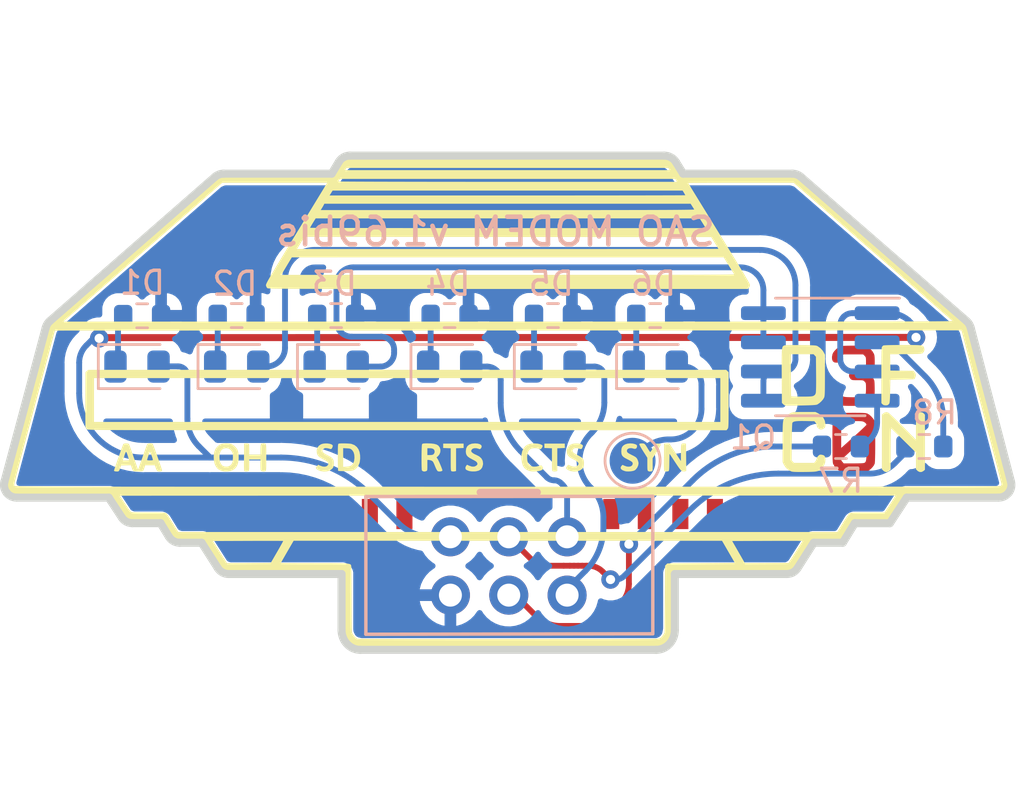
<source format=kicad_pcb>
(kicad_pcb (version 20211014) (generator pcbnew)
  (title_block (title "SAO Modem v1.69bis") (date "2022-08-09") (rev "1.0") (company "@hamster") (comment 1 "github.com/hamster/defcon30"))
  (layers (0 "F.Cu" signal) (31 "B.Cu" signal) (34 "B.Paste" user) (35 "F.Paste" user) (36 "B.SilkS" user "B.Silkscreen") (37 "F.SilkS" user "F.Silkscreen") (38 "B.Mask" user) (39 "F.Mask" user) (44 "Edge.Cuts" user))
  (net 0 "")
  (net 1 "GND")
  (net 2 "Net-(D2-Pad2)")
  (net 3 "+3V3")
  (net 4 "GPIO2")
  (net 5 "Net-(D6-Pad2)")
  (net 6 "Net-(Q1-Pad2)")
  (net 7 "SCL")
  (net 8 "SDA")
  (net 9 "GPIO1")
  (net 10 "Net-(D2-Pad1)")
  (net 11 "Net-(D6-Pad1)")
  (net 12 "Net-(D1-Pad1)")
  (net 13 "Net-(D4-Pad1)")
  (net 14 "Net-(D5-Pad1)")
  (net 15 "Net-(D3-Pad2)")
  (net 16 "Net-(D3-Pad1)")
  (net 17 "Net-(Q1-Pad4)")
  (footprint "lib_fp:Badgelife-Shitty-v1.69bis" (layer "F.Cu") (at 151.85 67.12)
    (fp_text reference "X1" hide)
    (fp_text value "Badgelife_sao_connector_v169bis" hide)
    (pad "1" thru_hole oval (at -2.54 -1.27) (size 1.7 1.7) (drill 1) (layers *.Cu *.Mask) (net 3 "+3V3"))
    (pad "2" thru_hole oval (at -2.54 1.27) (size 1.7 1.7) (drill 1) (layers *.Cu *.Mask) (net 1 "GND"))
    (pad "3" thru_hole circle (at 0 -1.27) (size 1.7 1.7) (drill 1) (layers *.Cu *.Mask) (net 8 "SDA"))
    (pad "4" thru_hole oval (at 0 1.27) (size 1.7 1.7) (drill 1) (layers *.Cu *.Mask) (net 7 "SCL"))
    (pad "5" thru_hole circle (at 2.54 -1.27) (size 1.7 1.7) (drill 1) (layers *.Cu *.Mask) (net 9 "GPIO1"))
    (pad "6" thru_hole oval (at 2.54 1.27) (size 1.7 1.7) (drill 1) (layers *.Cu *.Mask) (net 4 "GPIO2"))
  )
  (footprint "lib_fp:copper" (layer "F.Cu") (at 151.81 58.63)
    (fp_text reference "G***" hide)
    (fp_text value "LOGO" hide)
    (fp_poly (pts (xy 6.355296 6.884904) (xy 5.656213 6.884904) (xy 5.656213 5.571476) (xy 6.355296 5.571476)) (layer "F.Cu") (width 0) (fill solid))
    (fp_poly (pts (xy 15.210455 -1.101116) (xy 15.330936 -1.100128) (xy 15.421673 -1.097884) (xy 15.488978 -1.093855) (xy 15.539162 -1.087509) (xy 15.578538 -1.078319) (xy 15.613417 -1.065752) (xy 15.644775 -1.051774) (xy 15.763069 -0.975309) (xy 15.864521 -0.86799) (xy 15.93293 -0.753428) (xy 15.949429 -0.709413) (xy 15.960739 -0.65701) (xy 15.967747 -0.58763) (xy 15.971339 -0.492681) (xy 15.972394 -0.370725) (xy 15.970937 -0.222992) (xy 15.965233 -0.109689) (xy 15.953874 -0.022975) (xy 15.935449 0.044994) (xy 15.908549 0.102058) (xy 15.87958 0.145672) (xy 15.828101 0.215448) (xy 15.895243 0.310649) (xy 15.921239 0.34858) (xy 15.939638 0.381996) (xy 15.951959 0.419218) (xy 15.959719 0.468566) (xy 15.964435 0.538358) (xy 15.967625 0.636916) (xy 15.969546 0.718048) (xy 15.970734 0.848988) (xy 15.968313 0.964595) (xy 15.962635 1.055999) (xy 15.954055 1.11433) (xy 15.953664 1.115822) (xy 15.905208 1.226111) (xy 15.824988 1.331753) (xy 15.722969 1.420786) (xy 15.673839 1.451565) (xy 15.559883 1.514679) (xy 15.072644 1.519208) (xy 14.899864 1.520121) (xy 14.764032 1.519113) (xy 14.659757 1.515945) (xy 14.581652 1.510381) (xy 14.524329 1.50218) (xy 14.489426 1.493441) (xy 14.367561 1.434446) (xy 14.26196 1.344049) (xy 14.179236 1.231121) (xy 14.126002 1.104533) (xy 14.108757 0.982795) (xy 14.111997 0.913165) (xy 14.12628 0.868338) (xy 14.15845 0.830955) (xy 14.173936 0.81748) (xy 14.252703 0.774057) (xy 14.33218 0.768491) (xy 14.403296 0.797529) (xy 14.45698 0.857921) (xy 14.481484 0.927732) (xy 14.496281 0.99523) (xy 14.516775 1.04707) (xy 14.548262 1.0853) (xy 14.59604 1.111966) (xy 14.665407 1.129116) (xy 14.761658 1.138798) (xy 14.890091 1.14306) (xy 15.040867 1.143953) (xy 15.207631 1.142959) (xy 15.336824 1.137687) (xy 15.433238 1.124707) (xy 15.501663 1.100587) (xy 15.54689 1.061896) (xy 15.573708 1.005203) (xy 15.586908 0.927076) (xy 15.59128 0.824083) (xy 15.59166 0.749417) (xy 15.591176 0.649519) (xy 15.588317 0.582274) (xy 15.580974 0.53797) (xy 15.567034 0.506894) (xy 15.544388 0.47933) (xy 15.529736 0.464426) (xy 15.501909 0.437995) (xy 15.475345 0.420413) (xy 15.441051 0.409876) (xy 15.390034 0.404581) (xy 15.313301 0.402724) (xy 15.220934 0.402502) (xy 15.115208 0.402152) (xy 15.042858 0.399899) (xy 14.99489 0.39394) (xy 14.962311 0.382472) (xy 14.936128 0.363691) (xy 14.912132 0.340579) (xy 14.861745 0.265611) (xy 14.849039 0.185079) (xy 14.874357 0.1082) (xy 14.902206 0.073182) (xy 14.927623 0.050415) (xy 14.95547 0.035477) (xy 14.994829 0.026731) (xy 15.054782 0.022535) (xy 15.144412 0.02125) (xy 15.190222 0.021184) (xy 15.330126 0.018004) (xy 15.433384 0.004875) (xy 15.50547 -0.023582) (xy 15.55186 -0.072751) (xy 15.57803 -0.148011) (xy 15.589453 -0.254743) (xy 15.59166 -0.373352) (xy 15.591176 -0.47325) (xy 15.588317 -0.540495) (xy 15.580974 -0.584798) (xy 15.567034 -0.615875) (xy 15.544388 -0.643439) (xy 15.529736 -0.658343) (xy 15.467813 -0.720267) (xy 14.613922 -0.720267) (xy 14.551998 -0.658343) (xy 14.512435 -0.608319) (xy 14.491216 -0.561113) (xy 14.490075 -0.55137) (xy 14.478181 -0.491651) (xy 14.448855 -0.430121) (xy 14.411634 -0.384417) (xy 14.393796 -0.373293) (xy 14.35052 -0.364576) (xy 14.288692 -0.36024) (xy 14.278037 -0.360133) (xy 14.199404 -0.37764) (xy 14.14416 -0.427646) (xy 14.113798 -0.506381) (xy 14.109806 -0.610073) (xy 14.132082 -0.72928) (xy 14.167281 -0.802358) (xy 14.229395 -0.883873) (xy 14.307567 -0.963068) (xy 14.390939 -1.029184) (xy 14.468656 -1.071466) (xy 14.481941 -1.075932) (xy 14.541423 -1.086041) (xy 14.641939 -1.09365) (xy 14.782225 -1.098704) (xy 14.961017 -1.101146) (xy 15.053917 -1.101378)) (layer "F.Cu") (width 0) (fill solid))
    (fp_poly (pts (xy -7.1603 6.884904) (xy -7.859383 6.884904) (xy -7.859383 5.571476) (xy -7.1603 5.571476)) (layer "F.Cu") (width 0) (fill solid))
    (fp_poly (pts (xy 4.851209 6.884904) (xy 4.152127 6.884904) (xy 4.152127 5.571476) (xy 4.851209 5.571476)) (layer "F.Cu") (width 0) (fill solid))
    (fp_poly (pts (xy -5.656214 6.884904) (xy -6.355296 6.884904) (xy -6.355296 5.571476) (xy -5.656214 5.571476)) (layer "F.Cu") (width 0) (fill solid))
    (fp_poly (pts (xy -4.152127 6.884904) (xy -4.851209 6.884904) (xy -4.851209 5.571476) (xy -4.152127 5.571476)) (layer "F.Cu") (width 0) (fill solid))
    (fp_poly (pts (xy 9.36347 6.884904) (xy 8.664387 6.884904) (xy 8.664387 5.571476) (xy 9.36347 5.571476)) (layer "F.Cu") (width 0) (fill solid))
    (fp_poly (pts (xy 7.859383 6.884904) (xy 7.1603 6.884904) (xy 7.1603 5.571476) (xy 7.859383 5.571476)) (layer "F.Cu") (width 0) (fill solid))
    (fp_poly (pts (xy 15.066667 1.822317) (xy 15.231439 1.822788) (xy 15.35966 1.824121) (xy 15.457142 1.826695) (xy 15.5297 1.830891) (xy 15.583149 1.837086) (xy 15.623301 1.845663) (xy 15.655972 1.856999) (xy 15.666256 1.861481) (xy 15.739305 1.907616) (xy 15.817391 1.977292) (xy 15.889787 2.058659) (xy 15.945766 2.139869) (xy 15.972335 2.199582) (xy 15.978043 2.24191) (xy 15.982883 2.320806) (xy 15.986861 2.430476) (xy 15.989979 2.565128) (xy 15.992242 2.71897) (xy 15.993654 2.886208) (xy 15.994219 3.061051) (xy 15.99394 3.237705) (xy 15.992822 3.410379) (xy 15.990868 3.573279) (xy 15.988083 3.720613) (xy 15.98447 3.846588) (xy 15.980033 3.945412) (xy 15.974777 4.011292) (xy 15.971091 4.033115) (xy 15.935207 4.109181) (xy 15.872551 4.193306) (xy 15.793848 4.273826) (xy 15.709824 4.33908) (xy 15.667641 4.363081) (xy 15.636758 4.376683) (xy 15.60353 4.387105) (xy 15.562085 4.394768) (xy 15.50655 4.400088) (xy 15.431052 4.403485) (xy 15.329721 4.405376) (xy 15.196683 4.40618) (xy 15.060659 4.406322) (xy 14.897828 4.406105) (xy 14.771486 4.405177) (xy 14.675757 4.403107) (xy 14.604762 4.399464) (xy 14.552623 4.393816) (xy 14.513463 4.385732) (xy 14.481403 4.37478) (xy 14.452953 4.361715) (xy 14.368809 4.306305) (xy 14.285072 4.228238) (xy 14.213037 4.140093) (xy 14.163999 4.054449) (xy 14.155125 4.030017) (xy 14.147865 3.988421) (xy 14.141925 3.915343) (xy 14.140271 3.87763) (xy 14.511259 3.87763) (xy 14.523775 3.903305) (xy 14.554932 3.946209) (xy 14.566103 3.959843) (xy 14.620947 4.025021) (xy 15.058639 4.024347) (xy 15.225725 4.023152) (xy 15.353465 4.020034) (xy 15.444842 4.014824) (xy 15.502844 4.007354) (xy 15.529942 3.997867) (xy 15.555421 3.975201) (xy 15.57511 3.947548) (xy 15.589745 3.90951) (xy 15.600062 3.855689) (xy 15.606794 3.780686) (xy 15.610679 3.679102) (xy 15.612449 3.545539) (xy 15.612844 3.389119) (xy 15.611932 3.211707) (xy 15.609217 3.074065) (xy 15.604728 2.976851) (xy 15.598494 2.920718) (xy 15.591328 2.905893) (xy 15.569494 2.921752) (xy 15.521349 2.961862) (xy 15.451346 3.022218) (xy 15.363932 3.098818) (xy 15.26356 3.187657) (xy 15.154678 3.284732) (xy 15.041737 3.386039) (xy 14.929188 3.487574) (xy 14.821479 3.585334) (xy 14.723062 3.675314) (xy 14.638385 3.753511) (xy 14.571901 3.815921) (xy 14.528058 3.858541) (xy 14.511306 3.877367) (xy 14.511259 3.87763) (xy 14.140271 3.87763) (xy 14.137254 3.808864) (xy 14.1338 3.667068) (xy 14.131512 3.488035) (xy 14.130777 3.351512) (xy 14.511259 3.351512) (xy 14.590701 3.281857) (xy 14.626702 3.24998) (xy 14.689461 3.194076) (xy 14.7742 3.118416) (xy 14.876141 3.027268) (xy 14.990507 2.924902) (xy 15.112521 2.815587) (xy 15.141493 2.789615) (xy 15.260136 2.682412) (xy 15.367827 2.583498) (xy 15.46067 2.496583) (xy 15.534764 2.425376) (xy 15.586212 2.373586) (xy 15.611115 2.344921) (xy 15.612844 2.341154) (xy 15.594002 2.293607) (xy 15.545259 2.246781) (xy 15.478289 2.209557) (xy 15.417149 2.192303) (xy 15.346753 2.185917) (xy 15.250525 2.182873) (xy 15.137455 2.182837) (xy 15.016534 2.185472) (xy 14.89675 2.190442) (xy 14.787095 2.197411) (xy 14.696558 2.206044) (xy 14.634129 2.216003) (xy 14.614221 2.222315) (xy 14.583502 2.240391) (xy 14.559549 2.263715) (xy 14.54153 2.297384) (xy 14.52861 2.346493) (xy 14.519959 2.416135) (xy 14.514744 2.511406) (xy 14.512132 2.637402) (xy 14.511291 2.799216) (xy 14.511259 2.852483) (xy 14.511259 3.351512) (xy 14.130777 3.351512) (xy 14.130338 3.269847) (xy 14.130149 3.101045) (xy 14.130245 2.889698) (xy 14.130571 2.716356) (xy 14.131355 2.576656) (xy 14.132826 2.466237) (xy 14.135209 2.380733) (xy 14.138735 2.315784) (xy 14.143629 2.267025) (xy 14.15012 2.230093) (xy 14.158436 2.200627) (xy 14.168805 2.174261) (xy 14.179785 2.150209) (xy 14.241046 2.051931) (xy 14.325911 1.958656) (xy 14.420823 1.88382) (xy 14.481142 1.85157) (xy 14.515761 1.841529) (xy 14.568657 1.833872) (xy 14.644604 1.828361) (xy 14.748377 1.824755) (xy 14.884752 1.822818) (xy 15.058504 1.822311)) (layer "F.Cu") (width 0) (fill solid))
    (fp_poly (pts (xy -8.643203 6.884904) (xy -9.342285 6.884904) (xy -9.342285 5.571476) (xy -8.643203 5.571476)) (layer "F.Cu") (width 0) (fill solid))
  )
  (footprint "lib_fp:silkscreen" (layer "F.Cu") (at 151.801998 58.623554)
    (fp_text reference "G***" hide)
    (fp_text value "LOGO" hide)
  )
  (footprint "kikit:Tab" (layer "F.Cu") (at 151.81 48.83 -90)
    (fp_text reference "tab" hide)
    (fp_text value "Tab")
  )
  (footprint "kikit:Tab" (layer "F.Cu") (at 151.81 71.22 90)
    (fp_text reference "tab" hide)
    (fp_text value "Tab")
  )
  (footprint "lib_fp:mask" (layer "F.Cu") (at 151.81 58.62)
    (fp_text reference "G***" hide)
    (fp_text value "LOGO" hide)
  )
  (footprint "LED_SMD:LED_0805_2012Metric" (layer "B.Cu") (at 135.6675 58.44)
    (fp_text reference "D1" (at 0.2325 -3.65) (layer "B.SilkS") (effects (justify mirror)))
    (fp_text value "AA" hide)
    (pad "1" smd roundrect (at -0.9375 0) (size 0.975 1.4) (layers "B.Cu" "B.Paste" "B.Mask") (net 12 "Net-(D1-Pad1)"))
    (pad "2" smd roundrect (at 0.9375 0) (size 0.975 1.4) (layers "B.Cu" "B.Paste" "B.Mask") (net 3 "+3V3"))
  )
  (footprint "LED_SMD:LED_0805_2012Metric" (layer "B.Cu") (at 158.2275 58.44)
    (fp_text reference "D6" (at -0.0775 -3.61) (layer "B.SilkS") (effects (justify mirror)))
    (fp_text value "SYN" hide)
    (pad "1" smd roundrect (at -0.9375 0) (size 0.975 1.4) (layers "B.Cu" "B.Paste" "B.Mask") (net 11 "Net-(D6-Pad1)"))
    (pad "2" smd roundrect (at 0.9375 0) (size 0.975 1.4) (layers "B.Cu" "B.Paste" "B.Mask") (net 5 "Net-(D6-Pad2)"))
  )
  (footprint "LED_SMD:LED_0805_2012Metric" (layer "B.Cu") (at 153.7775 58.44)
    (fp_text reference "D5" (at -0.0775 -3.61) (layer "B.SilkS") (effects (justify mirror)))
    (fp_text value "CTS" hide)
    (pad "1" smd roundrect (at -0.9375 0) (size 0.975 1.4) (layers "B.Cu" "B.Paste" "B.Mask") (net 14 "Net-(D5-Pad1)"))
    (pad "2" smd roundrect (at 0.9375 0) (size 0.975 1.4) (layers "B.Cu" "B.Paste" "B.Mask") (net 4 "GPIO2"))
  )
  (footprint "Resistor_SMD:R_0603_1608Metric" (layer "B.Cu") (at 140.005 56.22)
    (fp_text reference "R2" hide)
    (fp_text value "47R")
    (pad "1" smd roundrect (at -0.825 0) (size 0.8 0.95) (layers "B.Cu" "B.Paste" "B.Mask") (net 10 "Net-(D2-Pad1)"))
    (pad "2" smd roundrect (at 0.825 0) (size 0.8 0.95) (layers "B.Cu" "B.Paste" "B.Mask") (net 1 "GND"))
  )
  (footprint "TestPoint:TestPoint_Pad_D2.0mm" (layer "B.Cu") (at 157.24 62.54 180)
    (fp_text reference "TP1" hide)
    (fp_text value "TestPoint" hide)
    (pad "1" smd circle (at 0 0 180) (size 2 2) (layers "B.Cu" "B.Mask") (net 5 "Net-(D6-Pad2)"))
  )
  (footprint "Resistor_SMD:R_0603_1608Metric" (layer "B.Cu") (at 149.275 56.22)
    (fp_text reference "R4" hide)
    (fp_text value "47R")
    (pad "1" smd roundrect (at -0.825 0) (size 0.8 0.95) (layers "B.Cu" "B.Paste" "B.Mask") (net 13 "Net-(D4-Pad1)"))
    (pad "2" smd roundrect (at 0.825 0) (size 0.8 0.95) (layers "B.Cu" "B.Paste" "B.Mask") (net 1 "GND"))
  )
  (footprint "Resistor_SMD:R_0603_1608Metric" (layer "B.Cu") (at 166.31 61.92)
    (fp_text reference "R7" (at -0.01 1.49) (layer "B.SilkS") (effects (justify mirror)))
    (fp_text value "4.7k")
    (pad "1" smd roundrect (at -0.825 0) (size 0.8 0.95) (layers "B.Cu" "B.Paste" "B.Mask") (net 7 "SCL"))
    (pad "2" smd roundrect (at 0.825 0) (size 0.8 0.95) (layers "B.Cu" "B.Paste" "B.Mask") (net 17 "Net-(Q1-Pad4)"))
  )
  (footprint "Resistor_SMD:R_0603_1608Metric" (layer "B.Cu") (at 144.335 56.22)
    (fp_text reference "R3" hide)
    (fp_text value "47R")
    (pad "1" smd roundrect (at -0.825 0) (size 0.8 0.95) (layers "B.Cu" "B.Paste" "B.Mask") (net 16 "Net-(D3-Pad1)"))
    (pad "2" smd roundrect (at 0.825 0) (size 0.8 0.95) (layers "B.Cu" "B.Paste" "B.Mask") (net 1 "GND"))
  )
  (footprint "LED_SMD:LED_0805_2012Metric" (layer "B.Cu") (at 144.3375 58.44)
    (fp_text reference "D3" (at -0.0775 -3.61) (layer "B.SilkS") (effects (justify mirror)))
    (fp_text value "SD" hide)
    (pad "1" smd roundrect (at -0.9375 0) (size 0.975 1.4) (layers "B.Cu" "B.Paste" "B.Mask") (net 16 "Net-(D3-Pad1)"))
    (pad "2" smd roundrect (at 0.9375 0) (size 0.975 1.4) (layers "B.Cu" "B.Paste" "B.Mask") (net 15 "Net-(D3-Pad2)"))
  )
  (footprint "Package_SO:SOIC-8_3.9x4.9mm_P1.27mm" (layer "B.Cu") (at 165.41 58.02 180)
    (fp_text reference "Q1" (at 2.92 -3.51) (layer "B.SilkS") (effects (justify mirror)))
    (fp_text value "Q_Dual_PMOS_S1G1D2S2G2D1" hide)
    (pad "1" smd roundrect (at -2.475 1.905 180) (size 1.95 0.6) (layers "B.Cu" "B.Paste" "B.Mask") (net 3 "+3V3"))
    (pad "2" smd roundrect (at -2.475 0.635 180) (size 1.95 0.6) (layers "B.Cu" "B.Paste" "B.Mask") (net 6 "Net-(Q1-Pad2)"))
    (pad "3" smd roundrect (at -2.475 -0.635 180) (size 1.95 0.6) (layers "B.Cu" "B.Paste" "B.Mask") (net 3 "+3V3"))
    (pad "4" smd roundrect (at -2.475 -1.905 180) (size 1.95 0.6) (layers "B.Cu" "B.Paste" "B.Mask") (net 17 "Net-(Q1-Pad4)"))
    (pad "5" smd roundrect (at 2.475 -1.905 180) (size 1.95 0.6) (layers "B.Cu" "B.Paste" "B.Mask") (net 2 "Net-(D2-Pad2)"))
    (pad "6" smd roundrect (at 2.475 -0.635 180) (size 1.95 0.6) (layers "B.Cu" "B.Paste" "B.Mask") (net 2 "Net-(D2-Pad2)"))
    (pad "7" smd roundrect (at 2.475 0.635 180) (size 1.95 0.6) (layers "B.Cu" "B.Paste" "B.Mask") (net 15 "Net-(D3-Pad2)"))
    (pad "8" smd roundrect (at 2.475 1.905 180) (size 1.95 0.6) (layers "B.Cu" "B.Paste" "B.Mask") (net 15 "Net-(D3-Pad2)"))
  )
  (footprint "Resistor_SMD:R_0603_1608Metric" (layer "B.Cu") (at 153.775 56.22)
    (fp_text reference "R5" hide)
    (fp_text value "47R")
    (pad "1" smd roundrect (at -0.825 0) (size 0.8 0.95) (layers "B.Cu" "B.Paste" "B.Mask") (net 14 "Net-(D5-Pad1)"))
    (pad "2" smd roundrect (at 0.825 0) (size 0.8 0.95) (layers "B.Cu" "B.Paste" "B.Mask") (net 1 "GND"))
  )
  (footprint "LED_SMD:LED_0805_2012Metric" (layer "B.Cu") (at 140.0075 58.44)
    (fp_text reference "D2" (at -0.0775 -3.61) (layer "B.SilkS") (effects (justify mirror)))
    (fp_text value "OH" hide)
    (pad "1" smd roundrect (at -0.9375 0) (size 0.975 1.4) (layers "B.Cu" "B.Paste" "B.Mask") (net 10 "Net-(D2-Pad1)"))
    (pad "2" smd roundrect (at 0.9375 0) (size 0.975 1.4) (layers "B.Cu" "B.Paste" "B.Mask") (net 2 "Net-(D2-Pad2)"))
  )
  (footprint "Resistor_SMD:R_0603_1608Metric" (layer "B.Cu") (at 169.94 61.92)
    (fp_text reference "R8" (at 0.45 -1.48) (layer "B.SilkS") (effects (justify mirror)))
    (fp_text value "10k")
    (pad "1" smd roundrect (at -0.825 0) (size 0.8 0.95) (layers "B.Cu" "B.Paste" "B.Mask") (net 8 "SDA"))
    (pad "2" smd roundrect (at 0.825 0) (size 0.8 0.95) (layers "B.Cu" "B.Paste" "B.Mask") (net 6 "Net-(Q1-Pad2)"))
  )
  (footprint "Resistor_SMD:R_0603_1608Metric" (layer "B.Cu") (at 135.89 56.23)
    (fp_text reference "R1" hide)
    (fp_text value "47R")
    (pad "1" smd roundrect (at -0.825 0) (size 0.8 0.95) (layers "B.Cu" "B.Paste" "B.Mask") (net 12 "Net-(D1-Pad1)"))
    (pad "2" smd roundrect (at 0.825 0) (size 0.8 0.95) (layers "B.Cu" "B.Paste" "B.Mask") (net 1 "GND"))
  )
  (footprint "LED_SMD:LED_0805_2012Metric" (layer "B.Cu") (at 149.2775 58.44)
    (fp_text reference "D4" (at -0.0775 -3.61) (layer "B.SilkS") (effects (justify mirror)))
    (fp_text value "RTS" hide)
    (pad "1" smd roundrect (at -0.9375 0) (size 0.975 1.4) (layers "B.Cu" "B.Paste" "B.Mask") (net 13 "Net-(D4-Pad1)"))
    (pad "2" smd roundrect (at 0.9375 0) (size 0.975 1.4) (layers "B.Cu" "B.Paste" "B.Mask") (net 9 "GPIO1"))
  )
  (footprint "Resistor_SMD:R_0603_1608Metric" (layer "B.Cu") (at 158.225 56.22)
    (fp_text reference "R6" hide)
    (fp_text value "47R")
    (pad "1" smd roundrect (at -0.825 0) (size 0.8 0.95) (layers "B.Cu" "B.Paste" "B.Mask") (net 11 "Net-(D6-Pad1)"))
    (pad "2" smd roundrect (at 0.825 0) (size 0.8 0.95) (layers "B.Cu" "B.Paste" "B.Mask") (net 1 "GND"))
  )
  (gr_line (start 158.12 70.0725) (end 145.63 70.0925) (layer "B.SilkS") (width 0.15))
  (gr_line (start 145.63 64.0975) (end 158.12 64.0875) (layer "B.SilkS") (width 0.15))
  (gr_line (start 158.12 64.0875) (end 158.12 70.0725) (layer "B.SilkS") (width 0.15))
  (gr_line (start 145.63 70.0925) (end 145.63 64.0975) (layer "B.SilkS") (width 0.15))
  (gr_curve (pts (xy 158.269025 70.770057) (xy 158.269025 70.770057) (xy 145.38299 70.770057) (xy 145.38299 70.770057)) (layer "Edge.Cuts") (width 0.35))
  (gr_curve (pts (xy 159.12961 49.541034) (xy 159.12961 49.541034) (xy 159.438807 50.041951) (xy 159.438807 50.041951)) (layer "Edge.Cuts") (width 0.35))
  (gr_curve (pts (xy 139.437099 50.041951) (xy 139.437099 50.041951) (xy 144.142583 50.041951) (xy 144.142583 50.041951)) (layer "Edge.Cuts") (width 0.35))
  (gr_curve (pts (xy 168.440841 65.258249) (xy 168.440841 65.258249) (xy 166.912942 65.258249) (xy 166.912942 65.258249)) (layer "Edge.Cuts") (width 0.35))
  (gr_curve (pts (xy 144.456431 49.522775) (xy 144.55565 49.359133) (xy 144.735828 49.257503) (xy 144.927031 49.257503)) (layer "Edge.Cuts") (width 0.35))
  (gr_curve (pts (xy 137.053093 65.843226) (xy 137.053093 65.843226) (xy 136.692909 65.255837) (xy 136.692909 65.255837)) (layer "Edge.Cuts") (width 0.35))
  (gr_curve (pts (xy 164.190283 50.041951) (xy 164.328775 50.041951) (xy 164.462445 50.091905) (xy 164.566659 50.182855)) (layer "Edge.Cuts") (width 0.35))
  (gr_curve (pts (xy 171.769837 56.447761) (xy 171.862683 56.528721) (xy 171.928312 56.634486) (xy 171.959662 56.753341)) (layer "Edge.Cuts") (width 0.35))
  (gr_curve (pts (xy 139.059 50.183889) (xy 139.163903 50.092249) (xy 139.29809 50.041951) (xy 139.437099 50.041951)) (layer "Edge.Cuts") (width 0.35))
  (gr_curve (pts (xy 169.173096 64.14376) (xy 169.173096 64.14376) (xy 168.440841 65.258249) (xy 168.440841 65.258249)) (layer "Edge.Cuts") (width 0.35))
  (gr_curve (pts (xy 159.08 69.907405) (xy 159.08 70.383173) (xy 158.716198 70.770057) (xy 158.269025 70.770057)) (layer "Edge.Cuts") (width 0.35))
  (gr_curve (pts (xy 139.185091 67.212996) (xy 139.185091 67.212996) (xy 138.481258 66.109187) (xy 138.481258 66.109187)) (layer "Edge.Cuts") (width 0.35))
  (gr_curve (pts (xy 173.711838 63.447506) (xy 173.755935 63.615283) (xy 173.720278 63.790293) (xy 173.614341 63.927753)) (layer "Edge.Cuts") (width 0.35))
  (gr_curve (pts (xy 144.142583 50.041951) (xy 144.142583 50.041951) (xy 144.456431 49.522775) (xy 144.456431 49.522775)) (layer "Edge.Cuts") (width 0.35))
  (gr_curve (pts (xy 136.692909 65.255837) (xy 136.692909 65.255837) (xy 135.459737 65.255837) (xy 135.459737 65.255837)) (layer "Edge.Cuts") (width 0.35))
  (gr_curve (pts (xy 173.174403 64.14376) (xy 173.174403 64.14376) (xy 169.173096 64.14376) (xy 169.173096 64.14376)) (layer "Edge.Cuts") (width 0.35))
  (gr_curve (pts (xy 144.927031 49.257503) (xy 144.927031 49.257503) (xy 158.62163 49.257503) (xy 158.62163 49.257503)) (layer "Edge.Cuts") (width 0.35))
  (gr_curve (pts (xy 129.991509 63.928786) (xy 129.886606 63.792361) (xy 129.851982 63.618383) (xy 129.896424 63.451985)) (layer "Edge.Cuts") (width 0.35))
  (gr_curve (pts (xy 165.126143 66.109187) (xy 165.126143 66.109187) (xy 164.421276 67.214374) (xy 164.421276 67.214374)) (layer "Edge.Cuts") (width 0.35))
  (gr_curve (pts (xy 159.438807 50.041951) (xy 159.438807 50.041951) (xy 164.190283 50.041951) (xy 164.190283 50.041951)) (layer "Edge.Cuts") (width 0.35))
  (gr_curve (pts (xy 138.481258 66.109187) (xy 138.481258 66.109187) (xy 137.528172 66.109187) (xy 137.528172 66.109187)) (layer "Edge.Cuts") (width 0.35))
  (gr_curve (pts (xy 139.653107 67.47) (xy 139.462249 67.47) (xy 139.287238 67.373882) (xy 139.185091 67.212996)) (layer "Edge.Cuts") (width 0.35))
  (gr_curve (pts (xy 173.614341 63.927753) (xy 173.508405 64.065212) (xy 173.348035 64.14376) (xy 173.174403 64.14376)) (layer "Edge.Cuts") (width 0.35))
  (gr_curve (pts (xy 166.912942 65.258249) (xy 166.912942 65.258249) (xy 166.391182 66.109187) (xy 166.391182 66.109187)) (layer "Edge.Cuts") (width 0.35))
  (gr_curve (pts (xy 135.459737 65.255837) (xy 135.276285 65.255837) (xy 135.106442 65.164198) (xy 135.005501 65.010202)) (layer "Edge.Cuts") (width 0.35))
  (gr_curve (pts (xy 144.571842 69.907405) (xy 144.571842 69.907405) (xy 144.571842 67.47) (xy 144.571842 67.47)) (layer "Edge.Cuts") (width 0.35))
  (gr_curve (pts (xy 171.959662 56.753341) (xy 171.959662 56.753341) (xy 173.711838 63.447506) (xy 173.711838 63.447506)) (layer "Edge.Cuts") (width 0.35))
  (gr_curve (pts (xy 166.391182 66.109187) (xy 166.391182 66.109187) (xy 165.126143 66.109187) (xy 165.126143 66.109187)) (layer "Edge.Cuts") (width 0.35))
  (gr_curve (pts (xy 144.571842 67.47) (xy 144.571842 67.47) (xy 139.653107 67.47) (xy 139.653107 67.47)) (layer "Edge.Cuts") (width 0.35))
  (gr_curve (pts (xy 158.62163 49.257503) (xy 158.830059 49.257503) (xy 159.019883 49.363267) (xy 159.12961 49.541034)) (layer "Edge.Cuts") (width 0.35))
  (gr_curve (pts (xy 163.955155 67.47) (xy 163.955155 67.47) (xy 159.08 67.47) (xy 159.08 67.47)) (layer "Edge.Cuts") (width 0.35))
  (gr_curve (pts (xy 137.528172 66.109187) (xy 137.335763 66.109187) (xy 137.15369 66.007212) (xy 137.053093 65.843226)) (layer "Edge.Cuts") (width 0.35))
  (gr_curve (pts (xy 134.436026 64.14376) (xy 134.436026 64.14376) (xy 130.427658 64.14376) (xy 130.427658 64.14376)) (layer "Edge.Cuts") (width 0.35))
  (gr_curve (pts (xy 159.08 67.47) (xy 159.08 67.47) (xy 159.08 69.907405) (xy 159.08 69.907405)) (layer "Edge.Cuts") (width 0.35))
  (gr_curve (pts (xy 164.566659 50.182855) (xy 164.566659 50.182855) (xy 171.769837 56.447761) (xy 171.769837 56.447761)) (layer "Edge.Cuts") (width 0.35))
  (gr_curve (pts (xy 135.005501 65.010202) (xy 135.005501 65.010202) (xy 134.436026 64.14376) (xy 134.436026 64.14376)) (layer "Edge.Cuts") (width 0.35))
  (gr_curve (pts (xy 131.692869 56.749896) (xy 131.723875 56.633452) (xy 131.788471 56.529755) (xy 131.879421 56.449829)) (layer "Edge.Cuts") (width 0.35))
  (gr_curve (pts (xy 129.896424 63.451985) (xy 129.896424 63.451985) (xy 131.692869 56.749896) (xy 131.692869 56.749896)) (layer "Edge.Cuts") (width 0.35))
  (gr_curve (pts (xy 130.427658 64.14376) (xy 130.255403 64.14376) (xy 130.096412 64.065557) (xy 129.991509 63.928786)) (layer "Edge.Cuts") (width 0.35))
  (gr_curve (pts (xy 145.38299 70.770057) (xy 144.935816 70.770057) (xy 144.571842 70.383173) (xy 144.571842 69.907405)) (layer "Edge.Cuts") (width 0.35))
  (gr_curve (pts (xy 131.879421 56.449829) (xy 131.879421 56.449829) (xy 139.059 50.183889) (xy 139.059 50.183889)) (layer "Edge.Cuts") (width 0.35))
  (gr_curve (pts (xy 164.421276 67.214374) (xy 164.319646 67.374571) (xy 164.145324 67.47) (xy 163.955155 67.47)) (layer "Edge.Cuts") (width 0.35))
  (gr_text "SAO MODEM v1.69bis" (at 151.27 52.57) (layer "B.SilkS") (effects (font (size 1.2 1.2) (thickness 0.2)) (justify mirror)))
  (segment (start 143.39033 53.36) (end 162.793603 53.36) (width 0.254) (layer "B.Cu") (net 2))
  (segment (start 163.36363 58.655) (end 163.792261 58.655) (width 0.254) (layer "B.Cu") (net 2))
  (segment (start 141.290588 58.44) (end 140.945 58.44) (width 0.254) (layer "B.Cu") (net 2))
  (segment (start 164.33 54.896396) (end 164.33 58.117261) (width 0.254) (layer "B.Cu") (net 2))
  (segment (start 162.935 59.08363) (end 162.935 59.925) (width 0.254) (layer "B.Cu") (net 2))
  (segment (start 142.11 54.64033) (end 142.11 57.620588) (width 0.254) (layer "B.Cu") (net 2))
  (arc (start 164.33 54.896396) (mid 164.213048 54.308442) (end 163.88 53.81) (width 0.254) (layer "B.Cu") (net 2))
  (arc (start 163.36363 58.655) (mid 163.060542 58.780542) (end 162.935 59.08363) (width 0.254) (layer "B.Cu") (net 2))
  (arc (start 142.11 54.64033) (mid 142.207459 54.150368) (end 142.485 53.735) (width 0.254) (layer "B.Cu") (net 2))
  (arc (start 141.87 58.2) (mid 142.047626 57.934163) (end 142.11 57.620588) (width 0.254) (layer "B.Cu") (net 2))
  (arc (start 143.39033 53.36) (mid 142.900368 53.457459) (end 142.485 53.735) (width 0.254) (layer "B.Cu") (net 2))
  (arc (start 164.1725 58.4975) (mid 164.289067 58.323044) (end 164.33 58.117261) (width 0.254) (layer "B.Cu") (net 2))
  (arc (start 141.87 58.2) (mid 141.604163 58.377626) (end 141.290588 58.44) (width 0.254) (layer "B.Cu") (net 2))
  (arc (start 164.1725 58.4975) (mid 163.998044 58.614067) (end 163.792261 58.655) (width 0.254) (layer "B.Cu") (net 2))
  (arc (start 163.88 53.81) (mid 163.381556 53.476951) (end 162.793603 53.36) (width 0.254) (layer "B.Cu") (net 2))
  (segment (start 169.58 57.17) (end 133.82 57.18) (width 0.3048) (layer "F.Cu") (net 3))
  (via (at 169.58 57.17) (size 0.8) (drill 0.4) (layers "F.Cu" "B.Cu") (net 3))
  (via (at 134.02 57.21) (size 0.8) (drill 0.4) (layers "F.Cu" "B.Cu") (net 3))
  (segment (start 137.86 60.709964) (end 137.86 58.839705) (width 0.254) (layer "B.Cu") (net 3))
  (segment (start 136.61 58.435) (end 136.605 58.44) (width 0.254) (layer "B.Cu") (net 3))
  (segment (start 135.949655 62.4) (end 138.85 62.4) (width 0.254) (layer "B.Cu") (net 3))
  (segment (start 133.459999 57.519999) (end 133.681611 57.298388) (width 0.254) (layer "B.Cu") (net 3))
  (segment (start 169.58 57.17) (end 169.58 56.961175) (width 0.254) (layer "B.Cu") (net 3))
  (segment (start 167.008541 56.115) (end 167.147124 56.115) (width 0.254) (layer "B.Cu") (net 3))
  (segment (start 166.28 58.10019) (end 166.28 56.635667) (width 0.254) (layer "B.Cu") (net 3))
  (segment (start 168.162166 56.115) (end 168.415 56.115) (width 0.254) (layer "B.Cu") (net 3))
  (segment (start 166.834809 58.655) (end 167.885 58.655) (width 0.254) (layer "B.Cu") (net 3))
  (segment (start 147.049565 65.259565) (end 145.783792 63.993792) (width 0.254) (layer "B.Cu") (net 3))
  (segment (start 167.285707 56.115) (end 167.147124 56.115) (width 0.254) (layer "B.Cu") (net 3))
  (segment (start 138.85 62.4) (end 138.355 61.905) (width 0.254) (layer "B.Cu") (net 3))
  (segment (start 138.85 62.4) (end 141.936036 62.4) (width 0.254) (layer "B.Cu") (net 3))
  (segment (start 149.31 65.85) (end 148.475 65.85) (width 0.254) (layer "B.Cu") (net 3))
  (segment (start 167.42429 56.115) (end 167.285707 56.115) (width 0.254) (layer "B.Cu") (net 3))
  (segment (start 169.247476 56.419827) (end 169.432338 56.604689) (width 0.254) (layer "B.Cu") (net 3))
  (segment (start 133.15 58.268406) (end 133.15 59.600344) (width 0.254) (layer "B.Cu") (net 3))
  (segment (start 137.450294 58.43) (end 136.622071 58.43) (width 0.254) (layer "B.Cu") (net 3))
  (segment (start 167.656498 56.115) (end 167.42429 56.115) (width 0.254) (layer "B.Cu") (net 3))
  (segment (start 133.895 57.21) (end 134.02 57.21) (width 0.254) (layer "B.Cu") (net 3))
  (segment (start 166.869958 56.115) (end 166.800667 56.115) (width 0.254) (layer "B.Cu") (net 3))
  (segment (start 168.162166 56.115) (end 167.656498 56.115) (width 0.254) (layer "B.Cu") (net 3))
  (segment (start 167.008541 56.115) (end 166.869958 56.115) (width 0.254) (layer "B.Cu") (net 3))
  (arc (start 169.247476 56.419827) (mid 168.857866 56.194088) (end 168.415 56.115) (width 0.254) (layer "B.Cu") (net 3))
  (arc (start 133.97 61.58) (mid 134.878273 62.186888) (end 135.949655 62.4) (width 0.254) (layer "B.Cu") (net 3))
  (arc (start 136.622071 58.43) (mid 136.615538 58.431299) (end 136.61 58.435) (width 0.254) (layer "B.Cu") (net 3))
  (arc (start 137.86 58.839705) (mid 137.828813 58.682917) (end 137.74 58.55) (width 0.254) (layer "B.Cu") (net 3))
  (arc (start 137.74 58.55) (mid 137.607081 58.461186) (end 137.450294 58.43) (width 0.254) (layer "B.Cu") (net 3))
  (arc (start 166.834809 58.655) (mid 166.622493 58.612767) (end 166.4425 58.4925) (width 0.254) (layer "B.Cu") (net 3))
  (arc (start 148.475 65.85) (mid 147.70356 65.69655) (end 147.049565 65.259565) (width 0.254) (layer "B.Cu") (net 3))
  (arc (start 133.459999 57.519999) (mid 133.230566 57.863371) (end 133.15 58.268406) (width 0.254) (layer "B.Cu") (net 3))
  (arc (start 169.58 56.961175) (mid 169.541623 56.768246) (end 169.432338 56.604689) (width 0.254) (layer "B.Cu") (net 3))
  (arc (start 166.28 58.10019) (mid 166.322232 58.312506) (end 166.4425 58.4925) (width 0.254) (layer "B.Cu") (net 3))
  (arc (start 133.895 57.21) (mid 133.779514 57.232971) (end 133.681611 57.298388) (width 0.254) (layer "B.Cu") (net 3))
  (arc (start 133.97 61.58) (mid 133.363111 60.671726) (end 133.15 59.600344) (width 0.254) (layer "B.Cu") (net 3))
  (arc (start 166.4325 56.2675) (mid 166.601416 56.154633) (end 166.800667 56.115) (width 0.254) (layer "B.Cu") (net 3))
  (arc (start 166.4325 56.2675) (mid 166.319633 56.436416) (end 166.28 56.635667) (width 0.254) (layer "B.Cu") (net 3))
  (arc (start 145.783792 63.993792) (mid 144.018426 62.814213) (end 141.936036 62.4) (width 0.254) (layer "B.Cu") (net 3))
  (arc (start 138.355 61.905) (mid 137.988646 61.356712) (end 137.86 60.709964) (width 0.254) (layer "B.Cu") (net 3))
  (segment (start 154.39 68.26) (end 154.39 68.39) (width 0.254) (layer "B.Cu") (net 4))
  (segment (start 155.45 63.74) (end 155.414368 63.704368) (width 0.254) (layer "B.Cu") (net 4))
  (segment (start 155.179999 67.339999) (end 154.481923 68.038076) (width 0.254) (layer "B.Cu") (net 4))
  (segment (start 155.97 65.432771) (end 155.97 64.995391) (width 0.254) (layer "B.Cu") (net 4))
  (segment (start 156.01 58.866776) (end 156.01 60.006324) (width 0.254) (layer "B.Cu") (net 4))
  (segment (start 155.583223 58.44) (end 154.715 58.44) (width 0.254) (layer "B.Cu") (net 4))
  (segment (start 155.414368 61.365631) (end 155.469999 61.309999) (width 0.254) (layer "B.Cu") (net 4))
  (arc (start 154.93 62.535) (mid 155.055883 61.902142) (end 155.414368 61.365631) (width 0.254) (layer "B.Cu") (net 4))
  (arc (start 155.583223 58.44) (mid 155.746543 58.472486) (end 155.885 58.565) (width 0.254) (layer "B.Cu") (net 4))
  (arc (start 155.469999 61.309999) (mid 155.869658 60.711868) (end 156.01 60.006324) (width 0.254) (layer "B.Cu") (net 4))
  (arc (start 155.97 64.995391) (mid 155.834856 64.315978) (end 155.45 63.74) (width 0.254) (layer "B.Cu") (net 4))
  (arc (start 154.93 62.535) (mid 155.055883 63.167857) (end 155.414368 63.704368) (width 0.254) (layer "B.Cu") (net 4))
  (arc (start 156.01 58.866776) (mid 155.977513 58.703456) (end 155.885 58.565) (width 0.254) (layer "B.Cu") (net 4))
  (arc (start 154.39 68.26) (mid 154.41389 68.139895) (end 154.481923 68.038076) (width 0.254) (layer "B.Cu") (net 4))
  (arc (start 155.97 65.432771) (mid 155.764685 66.464955) (end 155.179999 67.339999) (width 0.254) (layer "B.Cu") (net 4))
  (segment (start 159.4725 58.44) (end 159.165 58.44) (width 0.254) (layer "B.Cu") (net 5))
  (segment (start 159.997435 58.657435) (end 160.01 58.67) (width 0.254) (layer "B.Cu") (net 5))
  (segment (start 160.24 60.278456) (end 160.24 59.225269) (width 0.254) (layer "B.Cu") (net 5))
  (segment (start 157.713916 62.066083) (end 157.24 62.54) (width 0.254) (layer "B.Cu") (net 5))
  (segment (start 158.815 61.61) (end 158.908456 61.61) (width 0.254) (layer "B.Cu") (net 5))
  (arc (start 160.24 60.278456) (mid 160.138642 60.788016) (end 159.85 61.22) (width 0.254) (layer "B.Cu") (net 5))
  (arc (start 159.997435 58.657435) (mid 159.756592 58.496509) (end 159.4725 58.44) (width 0.254) (layer "B.Cu") (net 5))
  (arc (start 160.01 58.67) (mid 160.180224 58.924759) (end 160.24 59.225269) (width 0.254) (layer "B.Cu") (net 5))
  (arc (start 159.85 61.22) (mid 159.418016 61.508642) (end 158.908456 61.61) (width 0.254) (layer "B.Cu") (net 5))
  (arc (start 158.815 61.61) (mid 158.219097 61.728532) (end 157.713916 62.066083) (width 0.254) (layer "B.Cu") (net 5))
  (segment (start 168.19 57.385) (end 167.885 57.385) (width 0.254) (layer "B.Cu") (net 6))
  (segment (start 169.964201 58.854201) (end 168.710667 57.600667) (width 0.254) (layer "B.Cu") (net 6))
  (segment (start 170.765 60.7875) (end 170.765 61.92) (width 0.254) (layer "B.Cu") (net 6))
  (arc (start 169.964201 58.854201) (mid 170.556879 59.741206) (end 170.765 60.7875) (width 0.254) (layer "B.Cu") (net 6))
  (arc (start 168.710667 57.600667) (mid 168.471783 57.44105) (end 168.19 57.385) (width 0.254) (layer "B.Cu") (net 6))
  (segment (start 156.705 68.765) (end 156.7125 68.7575) (width 0.254) (layer "F.Cu") (net 7))
  (segment (start 155.15443 69.73) (end 154.3825 69.73) (width 0.254) (layer "F.Cu") (net 7))
  (segment (start 155.236297 69.73) (end 155.223702 69.73) (width 0.254) (layer "F.Cu") (net 7))
  (segment (start 157.08 66.17) (end 157.08 67.902096) (width 0.254) (layer "F.Cu") (net 7))
  (segment (start 156.7175 68.7525) (end 156.7125 68.7575) (width 0.254) (layer "F.Cu") (net 7))
  (segment (start 154.224375 69.73) (end 154.195625 69.73) (width 0.254) (layer "F.Cu") (net 7))
  (segment (start 155.20481 69.73) (end 155.223702 69.73) (width 0.254) (layer "F.Cu") (net 7))
  (segment (start 155.248892 69.73) (end 155.236297 69.73) (width 0.254) (layer "F.Cu") (net 7))
  (segment (start 156.7325 68.7375) (end 156.7275 68.7425) (width 0.254) (layer "F.Cu") (net 7))
  (segment (start 156.7225 68.7475) (end 156.7175 68.7525) (width 0.254) (layer "F.Cu") (net 7))
  (segment (start 154.138125 69.73) (end 154.166875 69.73) (width 0.254) (layer "F.Cu") (net 7))
  (segment (start 154.109375 69.73) (end 154.095 69.73) (width 0.254) (layer "F.Cu") (net 7))
  (segment (start 155.248892 69.73) (end 155.261487 69.73) (width 0.254) (layer "F.Cu") (net 7))
  (segment (start 154.195625 69.73) (end 154.166875 69.73) (width 0.254) (layer "F.Cu") (net 7))
  (segment (start 152.228994 68.488994) (end 153.028058 69.288058) (width 0.254) (layer "F.Cu") (net 7))
  (segment (start 154.138125 69.73) (end 154.109375 69.73) (width 0.254) (layer "F.Cu") (net 7))
  (segment (start 151.99 68.39) (end 151.85 68.39) (width 0.254) (layer "F.Cu") (net 7))
  (segment (start 156.7275 68.7425) (end 156.7225 68.7475) (width 0.254) (layer "F.Cu") (net 7))
  (segment (start 156.685 68.785) (end 156.065 69.405) (width 0.254) (layer "F.Cu") (net 7))
  (segment (start 154.224375 69.73) (end 154.2675 69.73) (width 0.254) (layer "F.Cu") (net 7))
  (segment (start 155.28038 69.73) (end 155.274082 69.73) (width 0.254) (layer "F.Cu") (net 7))
  (segment (start 156.735 68.735) (end 156.7325 68.7375) (width 0.254) (layer "F.Cu") (net 7))
  (segment (start 154.3825 69.73) (end 154.2675 69.73) (width 0.254) (layer "F.Cu") (net 7))
  (segment (start 155.20481 69.73) (end 155.15443 69.73) (width 0.254) (layer "F.Cu") (net 7))
  (segment (start 155.274082 69.73) (end 155.261487 69.73) (width 0.254) (layer "F.Cu") (net 7))
  (segment (start 156.705 68.765) (end 156.685 68.785) (width 0.254) (layer "F.Cu") (net 7))
  (via (at 157.08 66.17) (size 0.8) (drill 0.4) (layers "F.Cu" "B.Cu") (net 7))
  (arc (start 155.28038 69.73) (mid 155.705013 69.645535) (end 156.065 69.405) (width 0.254) (layer "F.Cu") (net 7))
  (arc (start 156.735 68.735) (mid 156.990337 68.35286) (end 157.08 67.902096) (width 0.254) (layer "F.Cu") (net 7))
  (arc (start 152.228994 68.488994) (mid 152.119342 68.415727) (end 151.99 68.39) (width 0.254) (layer "F.Cu") (net 7))
  (arc (start 153.028058 69.288058) (mid 153.517575 69.615143) (end 154.095 69.73) (width 0.254) (layer "F.Cu") (net 7))
  (segment (start 163.4075 61.92) (end 165.485 61.92) (width 0.254) (layer "B.Cu") (net 7))
  (segment (start 159.860985 63.389014) (end 157.08 66.17) (width 0.254) (layer "B.Cu") (net 7))
  (arc (start 163.4075 61.92) (mid 161.48814 62.301784) (end 159.860985 63.389014) (width 0.254) (layer "B.Cu") (net 7))
  (segment (start 153.10125 67.10125) (end 153.09875 67.09875) (width 0.254) (layer "F.Cu") (net 8))
  (segment (start 153.09 67.09) (end 153.09375 67.09375) (width 0.254) (layer "F.Cu") (net 8))
  (segment (start 153.08 67.08) (end 151.948994 65.948994) (width 0.254) (layer "F.Cu") (net 8))
  (segment (start 153.08 67.08) (end 153.09 67.09) (width 0.254) (layer "F.Cu") (net 8))
  (segment (start 153.09625 67.09625) (end 153.09875 67.09875) (width 0.254) (layer "F.Cu") (net 8))
  (segment (start 155.934558 67.364558) (end 156.28 67.71) (width 0.254) (layer "F.Cu") (net 8))
  (segment (start 153.10125 67.10125) (end 153.10375 67.10375) (width 0.254) (layer "F.Cu") (net 8))
  (segment (start 153.117071 67.11) (end 153.52 67.11) (width 0.254) (layer "F.Cu") (net 8))
  (segment (start 154.24 67.11) (end 154.51 67.11) (width 0.254) (layer "F.Cu") (net 8))
  (segment (start 155.23 67.11) (end 155.32 67.11) (width 0.254) (layer "F.Cu") (net 8))
  (segment (start 154.87 67.11) (end 155.05 67.11) (width 0.254) (layer "F.Cu") (net 8))
  (segment (start 153.10375 67.10375) (end 153.105 67.105) (width 0.254) (layer "F.Cu") (net 8))
  (segment (start 154.24 67.11) (end 153.52 67.11) (width 0.254) (layer "F.Cu") (net 8))
  (segment (start 155.23 67.11) (end 155.05 67.11) (width 0.254) (layer "F.Cu") (net 8))
  (segment (start 154.87 67.11) (end 154.69 67.11) (width 0.254) (layer "F.Cu") (net 8))
  (segment (start 154.69 67.11) (end 154.51 67.11) (width 0.254) (layer "F.Cu") (net 8))
  (segment (start 153.09375 67.09375) (end 153.09625 67.09625) (width 0.254) (layer "F.Cu") (net 8))
  (via (at 156.28 67.71) (size 0.8) (drill 0.4) (layers "F.Cu" "B.Cu") (net 8))
  (arc (start 155.934558 67.364558) (mid 155.652596 67.176157) (end 155.32 67.11) (width 0.254) (layer "F.Cu") (net 8))
  (arc (start 153.117071 67.11) (mid 153.110538 67.1087) (end 153.105 67.105) (width 0.254) (layer "F.Cu") (net 8))
  (segment (start 169.021308 62.278691) (end 168.6575 62.6425) (width 0.254) (layer "B.Cu") (net 8))
  (segment (start 159.736207 64.693792) (end 156.875563 67.554436) (width 0.254) (layer "B.Cu") (net 8))
  (segment (start 163.583963 63.1) (end 167.552997 63.1) (width 0.254) (layer "B.Cu") (net 8))
  (segment (start 156.28 67.71) (end 156.5 67.71) (width 0.254) (layer "B.Cu") (net 8))
  (segment (start 169.115 62.0525) (end 169.115 61.92) (width 0.254) (layer "B.Cu") (net 8))
  (arc (start 169.021308 62.278691) (mid 169.09065 62.174913) (end 169.115 62.0525) (width 0.254) (layer "B.Cu") (net 8))
  (arc (start 168.6575 62.6425) (mid 168.150749 62.981099) (end 167.552997 63.1) (width 0.254) (layer "B.Cu") (net 8))
  (arc (start 163.583963 63.1) (mid 161.501572 63.514213) (end 159.736207 64.693792) (width 0.254) (layer "B.Cu") (net 8))
  (arc (start 156.5 67.71) (mid 156.703253 67.66957) (end 156.875563 67.554436) (width 0.254) (layer "B.Cu") (net 8))
  (segment (start 151.5 60.02) (end 151.5 59.037487) (width 0.254) (layer "B.Cu") (net 9))
  (segment (start 154.39 64.055771) (end 154.39 65.85) (width 0.254) (layer "B.Cu") (net 9))
  (segment (start 154.127279 63.517279) (end 154.195 63.585) (width 0.254) (layer "B.Cu") (net 9))
  (segment (start 150.902512 58.44) (end 150.215 58.44) (width 0.254) (layer "B.Cu") (net 9))
  (segment (start 153.51272 63.26272) (end 152.369741 62.119741) (width 0.254) (layer "B.Cu") (net 9))
  (arc (start 154.39 64.055771) (mid 154.339321 63.800991) (end 154.195 63.585) (width 0.254) (layer "B.Cu") (net 9))
  (arc (start 154.127279 63.517279) (mid 153.986298 63.423078) (end 153.82 63.39) (width 0.254) (layer "B.Cu") (net 9))
  (arc (start 150.902512 58.44) (mid 151.13116 58.485481) (end 151.325 58.615) (width 0.254) (layer "B.Cu") (net 9))
  (arc (start 151.325 58.615) (mid 151.454518 58.808838) (end 151.5 59.037487) (width 0.254) (layer "B.Cu") (net 9))
  (arc (start 151.5 60.02) (mid 151.726038 61.156371) (end 152.369741 62.119741) (width 0.254) (layer "B.Cu") (net 9))
  (arc (start 153.82 63.39) (mid 153.653701 63.356921) (end 153.51272 63.26272) (width 0.254) (layer "B.Cu") (net 9))
  (segment (start 139.18 58.252218) (end 139.18 56.22) (width 0.254) (layer "B.Cu") (net 10))
  (segment (start 139.125 58.385) (end 139.07 58.44) (width 0.254) (layer "B.Cu") (net 10))
  (arc (start 139.125 58.385) (mid 139.165705 58.324079) (end 139.18 58.252218) (width 0.254) (layer "B.Cu") (net 10))
  (segment (start 157.4 58.252218) (end 157.4 56.22) (width 0.254) (layer "B.Cu") (net 11))
  (segment (start 157.345 58.385) (end 157.29 58.44) (width 0.254) (layer "B.Cu") (net 11))
  (arc (start 157.345 58.385) (mid 157.385705 58.324079) (end 157.4 58.252218) (width 0.254) (layer "B.Cu") (net 11))
  (segment (start 134.84 58.252218) (end 134.84 56.22) (width 0.254) (layer "B.Cu") (net 12))
  (segment (start 134.785 58.385) (end 134.73 58.44) (width 0.254) (layer "B.Cu") (net 12))
  (arc (start 134.785 58.385) (mid 134.825705 58.324079) (end 134.84 58.252218) (width 0.254) (layer "B.Cu") (net 12))
  (segment (start 148.45 58.252218) (end 148.45 56.22) (width 0.254) (layer "B.Cu") (net 13))
  (segment (start 148.395 58.385) (end 148.34 58.44) (width 0.254) (layer "B.Cu") (net 13))
  (arc (start 148.395 58.385) (mid 148.435705 58.324079) (end 148.45 58.252218) (width 0.254) (layer "B.Cu") (net 13))
  (segment (start 152.95 58.252218) (end 152.95 56.22) (width 0.254) (layer "B.Cu") (net 14))
  (segment (start 152.895 58.385) (end 152.84 58.44) (width 0.254) (layer "B.Cu") (net 14))
  (arc (start 152.895 58.385) (mid 152.935705 58.324079) (end 152.95 58.252218) (width 0.254) (layer "B.Cu") (net 14))
  (segment (start 146.86 57.842512) (end 146.86 57.703345) (width 0.254) (layer "B.Cu") (net 15))
  (segment (start 146.296654 57.14) (end 145.015771 57.14) (width 0.254) (layer "B.Cu") (net 15))
  (segment (start 161.936342 54.12) (end 145.084055 54.12) (width 0.254) (layer "B.Cu") (net 15))
  (segment (start 144.35 54.854055) (end 144.35 56.474228) (width 0.254) (layer "B.Cu") (net 15))
  (segment (start 162.935 56.115) (end 162.935 57.385) (width 0.254) (layer "B.Cu") (net 15))
  (segment (start 146.262512 58.44) (end 145.275 58.44) (width 0.254) (layer "B.Cu") (net 15))
  (segment (start 162.935 56.115) (end 162.935 55.118657) (width 0.254) (layer "B.Cu") (net 15))
  (arc (start 144.565 54.335) (mid 144.405876 54.573144) (end 144.35 54.854055) (width 0.254) (layer "B.Cu") (net 15))
  (arc (start 161.936342 54.12) (mid 162.318512 54.196018) (end 162.6425 54.4125) (width 0.254) (layer "B.Cu") (net 15))
  (arc (start 146.86 57.842512) (mid 146.814518 58.07116) (end 146.685 58.265) (width 0.254) (layer "B.Cu") (net 15))
  (arc (start 144.545 56.945) (mid 144.760991 57.089321) (end 145.015771 57.14) (width 0.254) (layer "B.Cu") (net 15))
  (arc (start 144.565 54.335) (mid 144.803144 54.175876) (end 145.084055 54.12) (width 0.254) (layer "B.Cu") (net 15))
  (arc (start 144.545 56.945) (mid 144.400678 56.729008) (end 144.35 56.474228) (width 0.254) (layer "B.Cu") (net 15))
  (arc (start 146.695 57.305) (mid 146.817117 57.487762) (end 146.86 57.703345) (width 0.254) (layer "B.Cu") (net 15))
  (arc (start 146.262512 58.44) (mid 146.49116 58.394518) (end 146.685 58.265) (width 0.254) (layer "B.Cu") (net 15))
  (arc (start 162.6425 54.4125) (mid 162.858981 54.736487) (end 162.935 55.118657) (width 0.254) (layer "B.Cu") (net 15))
  (arc (start 146.695 57.305) (mid 146.512237 57.182882) (end 146.296654 57.14) (width 0.254) (layer "B.Cu") (net 15))
  (segment (start 143.51 58.252218) (end 143.51 56.22) (width 0.254) (layer "B.Cu") (net 16))
  (segment (start 143.455 58.385) (end 143.4 58.44) (width 0.254) (layer "B.Cu") (net 16))
  (arc (start 143.455 58.385) (mid 143.495705 58.324079) (end 143.51 58.252218) (width 0.254) (layer "B.Cu") (net 16))
  (segment (start 167.317729 61.87227) (end 167.577499 61.612499) (width 0.254) (layer "B.Cu") (net 17))
  (segment (start 167.2025 61.92) (end 167.135 61.92) (width 0.254) (layer "B.Cu") (net 17))
  (segment (start 167.885 60.870129) (end 167.885 59.925) (width 0.254) (layer "B.Cu") (net 17))
  (arc (start 167.2025 61.92) (mid 167.264861 61.907595) (end 167.317729 61.87227) (width 0.254) (layer "B.Cu") (net 17))
  (arc (start 167.885 60.870129) (mid 167.805083 61.271897) (end 167.577499 61.612499) (width 0.254) (layer "B.Cu") (net 17))
  (zone (net 0) (net_name "") (layers F&B.Cu *.Mask) (connect_pads (clearance 0)) (min_thickness 0.254)
    (keepout (tracks not_allowed) (vias not_allowed) (pads not_allowed) (copperpour not_allowed) (footprints allowed))
    (fill (thermal_gap 0.508) (thermal_bridge_width 0.508))
    (polygon (pts (xy 141.45 60.7) (xy 138.59 60.7) (xy 138.59 59.15) (xy 141.45 59.15)))
  )
  (zone (net 0) (net_name "") (layers F&B.Cu *.Mask) (connect_pads (clearance 0)) (min_thickness 0.254)
    (keepout (tracks not_allowed) (vias not_allowed) (pads not_allowed) (copperpour not_allowed) (footprints allowed))
    (fill (thermal_gap 0.508) (thermal_bridge_width 0.508))
    (polygon (pts (xy 159.66 60.7) (xy 156.8 60.7) (xy 156.8 59.15) (xy 159.66 59.15)))
  )
  (zone (net 0) (net_name "") (layers F&B.Cu *.Mask) (connect_pads (clearance 0)) (min_thickness 0.254)
    (keepout (tracks not_allowed) (vias not_allowed) (pads not_allowed) (copperpour not_allowed) (footprints allowed))
    (fill (thermal_gap 0.508) (thermal_bridge_width 0.508))
    (polygon (pts (xy 150.72 60.7) (xy 147.86 60.7) (xy 147.86 59.15) (xy 150.72 59.15)))
  )
  (zone (net 0) (net_name "") (layers F&B.Cu *.Mask) (connect_pads (clearance 0)) (min_thickness 0.254)
    (keepout (tracks not_allowed) (vias not_allowed) (pads not_allowed) (copperpour not_allowed) (footprints allowed))
    (fill (thermal_gap 0.508) (thermal_bridge_width 0.508))
    (polygon (pts (xy 155.21 60.7) (xy 152.35 60.7) (xy 152.35 59.15) (xy 155.21 59.15)))
  )
  (zone (net 0) (net_name "") (layers F&B.Cu *.Mask) (connect_pads (clearance 0)) (min_thickness 0.254)
    (keepout (tracks not_allowed) (vias not_allowed) (pads not_allowed) (copperpour not_allowed) (footprints allowed))
    (fill (thermal_gap 0.508) (thermal_bridge_width 0.508))
    (polygon (pts (xy 145.76 60.7) (xy 142.9 60.7) (xy 142.9 59.15) (xy 145.76 59.15)))
  )
  (zone (net 0) (net_name "") (layers F&B.Cu *.Mask) (connect_pads (clearance 0)) (min_thickness 0.254)
    (keepout (tracks not_allowed) (vias not_allowed) (pads not_allowed) (copperpour not_allowed) (footprints allowed))
    (fill (thermal_gap 0.508) (thermal_bridge_width 0.508))
    (polygon (pts (xy 137.16 60.7) (xy 134.3 60.7) (xy 134.3 59.15) (xy 137.16 59.15)))
  )
  (zone (net 1) (net_name "GND") (layer "B.Cu") (connect_pads (clearance 0.508)) (min_thickness 0.254) (fill yes (thermal_gap 0.508) (thermal_bridge_width 0.508) (island_removal_mode 2) (island_area_min 0.64516))
    (polygon (pts (xy 144.77 49.33) (xy 158.91 49.33) (xy 159.43 50.14) (xy 164.36 50.15) (xy 171.84 56.61) (xy 173.81 64.02) (xy 169.14 64.04) (xy 168.41 65.17) (xy 166.89 65.18) (xy 166.37 66.01) (xy 165.1 66.02) (xy 164.21 67.38) (xy 161.96 67.39) (xy 159.01 67.42) (xy 158.99 70.67) (xy 144.67 70.7) (xy 144.63 67.41) (xy 141.68 67.39) (xy 139.42 67.39) (xy 138.53 66.03) (xy 137.27 66.03) (xy 136.71 65.19) (xy 135.22 65.16) (xy 134.45 64.03) (xy 129.86 64.05) (xy 131.81 56.61) (xy 139.3 50.12) (xy 144.19 50.12)))
  )
)
</source>
